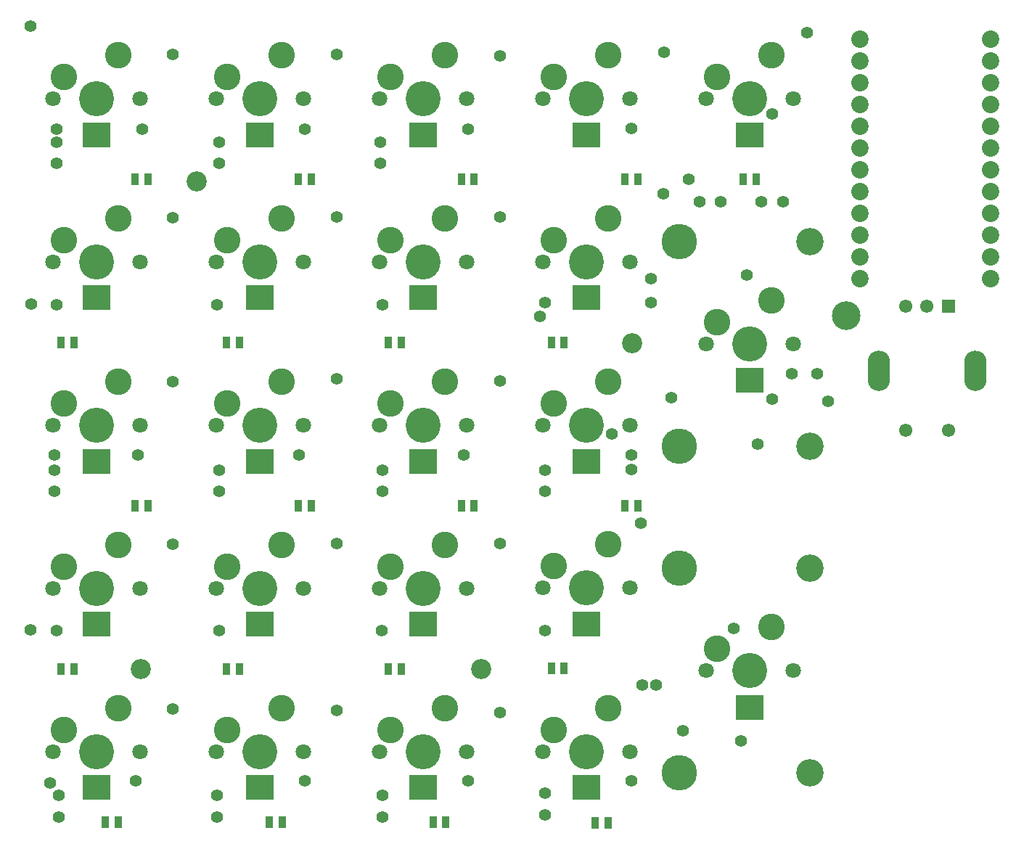
<source format=gts>
G04*
G04 #@! TF.GenerationSoftware,Altium Limited,Altium Designer,22.1.2 (22)*
G04*
G04 Layer_Color=8388736*
%FSLAX25Y25*%
%MOIN*%
G70*
G04*
G04 #@! TF.SameCoordinates,D61C2380-B101-4CEB-8AB1-AF92B03338ED*
G04*
G04*
G04 #@! TF.FilePolarity,Negative*
G04*
G01*
G75*
%ADD14R,0.03740X0.05315*%
%ADD15C,0.09252*%
%ADD16C,0.16102*%
%ADD17C,0.07102*%
%ADD18C,0.12213*%
%ADD19R,0.13000X0.11425*%
%ADD20C,0.07991*%
G04:AMPARAMS|DCode=21|XSize=102.36mil|YSize=185.04mil|CornerRadius=51.18mil|HoleSize=0mil|Usage=FLASHONLY|Rotation=180.000|XOffset=0mil|YOffset=0mil|HoleType=Round|Shape=RoundedRectangle|*
%AMROUNDEDRECTD21*
21,1,0.10236,0.08268,0,0,180.0*
21,1,0.00000,0.18504,0,0,180.0*
1,1,0.10236,0.00000,0.04134*
1,1,0.10236,0.00000,0.04134*
1,1,0.10236,0.00000,-0.04134*
1,1,0.10236,0.00000,-0.04134*
%
%ADD21ROUNDEDRECTD21*%
%ADD22C,0.06102*%
%ADD23R,0.06102X0.06102*%
%ADD24C,0.16291*%
%ADD25C,0.12591*%
%ADD26C,0.13189*%
%ADD27C,0.05591*%
D14*
X1634055Y477953D02*
D03*
X1628150D02*
D03*
X1709252D02*
D03*
X1703346D02*
D03*
X1783858Y477559D02*
D03*
X1777953D02*
D03*
X1558858Y477953D02*
D03*
X1552953D02*
D03*
X1538386Y548433D02*
D03*
X1532480D02*
D03*
X1614370D02*
D03*
X1608464D02*
D03*
X1688779D02*
D03*
X1682874D02*
D03*
X1763583Y548492D02*
D03*
X1757677D02*
D03*
X1791512Y623335D02*
D03*
X1797418D02*
D03*
X1716427D02*
D03*
X1722333D02*
D03*
X1641535D02*
D03*
X1647441D02*
D03*
X1566535D02*
D03*
X1572441D02*
D03*
X1538386Y698433D02*
D03*
X1532480D02*
D03*
X1614370D02*
D03*
X1608465D02*
D03*
X1688779D02*
D03*
X1682874D02*
D03*
X1763583D02*
D03*
X1757677D02*
D03*
X1845925Y773402D02*
D03*
X1851831D02*
D03*
X1791512D02*
D03*
X1797418D02*
D03*
X1716427D02*
D03*
X1722333D02*
D03*
X1641535D02*
D03*
X1647441D02*
D03*
X1566535D02*
D03*
X1572441D02*
D03*
D15*
X1794717Y697835D02*
D03*
X1569322Y548433D02*
D03*
X1594882Y772433D02*
D03*
X1725544Y548433D02*
D03*
D16*
X1848878Y697705D02*
D03*
X1848850Y810402D02*
D03*
X1773878Y510433D02*
D03*
X1698878Y510433D02*
D03*
X1623878D02*
D03*
X1548878D02*
D03*
X1848878Y547705D02*
D03*
X1773878Y585492D02*
D03*
X1698878Y585433D02*
D03*
X1623878D02*
D03*
X1548878D02*
D03*
X1773878Y660335D02*
D03*
X1698878D02*
D03*
X1623878D02*
D03*
X1548878D02*
D03*
X1773878Y735433D02*
D03*
X1698878D02*
D03*
X1623878D02*
D03*
X1548878D02*
D03*
X1773878Y810402D02*
D03*
X1698878D02*
D03*
X1623878D02*
D03*
X1548878D02*
D03*
D17*
X1828878Y697705D02*
D03*
X1868878D02*
D03*
X1868850Y810402D02*
D03*
X1828850D02*
D03*
X1793878Y510433D02*
D03*
X1753878D02*
D03*
X1718878Y510433D02*
D03*
X1678878D02*
D03*
X1643878D02*
D03*
X1603878D02*
D03*
X1568878D02*
D03*
X1528878D02*
D03*
X1868878Y547705D02*
D03*
X1828878D02*
D03*
X1793878Y585492D02*
D03*
X1753878D02*
D03*
X1718878Y585433D02*
D03*
X1678878D02*
D03*
X1643878D02*
D03*
X1603878D02*
D03*
X1568878D02*
D03*
X1528878D02*
D03*
X1793878Y660335D02*
D03*
X1753878D02*
D03*
X1718878D02*
D03*
X1678878D02*
D03*
X1643878D02*
D03*
X1603878D02*
D03*
X1568878D02*
D03*
X1528878D02*
D03*
X1793878Y735433D02*
D03*
X1753878D02*
D03*
X1718878D02*
D03*
X1678878D02*
D03*
X1643878D02*
D03*
X1603878D02*
D03*
X1568878D02*
D03*
X1528878D02*
D03*
X1793878Y810402D02*
D03*
X1753878D02*
D03*
X1718878D02*
D03*
X1678878D02*
D03*
X1643878D02*
D03*
X1603878D02*
D03*
X1568878D02*
D03*
X1528878D02*
D03*
D18*
X1858878Y717705D02*
D03*
X1833878Y707705D02*
D03*
X1833850Y820402D02*
D03*
X1858850Y830402D02*
D03*
X1758878Y520433D02*
D03*
X1783878Y530433D02*
D03*
X1683878Y520433D02*
D03*
X1708878Y530433D02*
D03*
X1608878Y520433D02*
D03*
X1633878Y530433D02*
D03*
X1533878Y520433D02*
D03*
X1558878Y530433D02*
D03*
X1833878Y557705D02*
D03*
X1858878Y567705D02*
D03*
X1758878Y595492D02*
D03*
X1783878Y605492D02*
D03*
X1683878Y595433D02*
D03*
X1708878Y605433D02*
D03*
X1608878Y595433D02*
D03*
X1633878Y605433D02*
D03*
X1533878Y595433D02*
D03*
X1558878Y605433D02*
D03*
X1758878Y670335D02*
D03*
X1783878Y680335D02*
D03*
X1683878Y670335D02*
D03*
X1708878Y680335D02*
D03*
X1608878Y670335D02*
D03*
X1633878Y680335D02*
D03*
X1533878Y670335D02*
D03*
X1558878Y680335D02*
D03*
X1758878Y745433D02*
D03*
X1783878Y755433D02*
D03*
X1683878Y745433D02*
D03*
X1708878Y755433D02*
D03*
X1608878Y745433D02*
D03*
X1633878Y755433D02*
D03*
X1533878Y745433D02*
D03*
X1558878Y755433D02*
D03*
X1758878Y820402D02*
D03*
X1783878Y830402D02*
D03*
X1683878Y820402D02*
D03*
X1708878Y830402D02*
D03*
X1608878Y820402D02*
D03*
X1633878Y830402D02*
D03*
X1533878Y820402D02*
D03*
X1558878Y830402D02*
D03*
D19*
X1848878Y530503D02*
D03*
X1773878Y493799D02*
D03*
X1698878D02*
D03*
X1623878D02*
D03*
X1548878D02*
D03*
Y568857D02*
D03*
X1623878D02*
D03*
X1698878D02*
D03*
X1773878D02*
D03*
X1848878Y681060D02*
D03*
X1773878Y643692D02*
D03*
X1698878D02*
D03*
X1623878D02*
D03*
X1548878D02*
D03*
Y718793D02*
D03*
X1623878D02*
D03*
X1698878D02*
D03*
X1773878D02*
D03*
X1848878Y793762D02*
D03*
X1773878D02*
D03*
X1698878D02*
D03*
X1623878D02*
D03*
X1548878D02*
D03*
D20*
X1899606Y727638D02*
D03*
Y737638D02*
D03*
Y747638D02*
D03*
Y757638D02*
D03*
Y767638D02*
D03*
Y777638D02*
D03*
Y787638D02*
D03*
Y797638D02*
D03*
Y807638D02*
D03*
Y817638D02*
D03*
Y827638D02*
D03*
Y837638D02*
D03*
X1959606Y727638D02*
D03*
Y737638D02*
D03*
Y747638D02*
D03*
Y757638D02*
D03*
Y767638D02*
D03*
Y777638D02*
D03*
Y787638D02*
D03*
Y797638D02*
D03*
Y807638D02*
D03*
Y817638D02*
D03*
Y827638D02*
D03*
Y837638D02*
D03*
D21*
X1908268Y685433D02*
D03*
X1952362D02*
D03*
D22*
X1920472Y657874D02*
D03*
X1940158D02*
D03*
X1920472Y714961D02*
D03*
X1930315D02*
D03*
D23*
X1940158D02*
D03*
D24*
X1816378Y650705D02*
D03*
Y500705D02*
D03*
Y594705D02*
D03*
Y744705D02*
D03*
D25*
X1876378Y594705D02*
D03*
Y650705D02*
D03*
Y500705D02*
D03*
Y744705D02*
D03*
D26*
X1893307Y710630D02*
D03*
D27*
X1809055Y766732D02*
D03*
X1841535Y566929D02*
D03*
X1812697Y672835D02*
D03*
X1835630Y762795D02*
D03*
X1825787D02*
D03*
X1864173D02*
D03*
X1854331D02*
D03*
X1679134Y780512D02*
D03*
Y790354D02*
D03*
X1605315Y780512D02*
D03*
Y790354D02*
D03*
X1530512Y780512D02*
D03*
Y790354D02*
D03*
X1754921Y481299D02*
D03*
Y491142D02*
D03*
X1680118Y480315D02*
D03*
Y490158D02*
D03*
X1604331Y480315D02*
D03*
Y490158D02*
D03*
X1531496Y480315D02*
D03*
Y490158D02*
D03*
X1754921Y639764D02*
D03*
Y629921D02*
D03*
X1680118Y639764D02*
D03*
Y629921D02*
D03*
X1605315D02*
D03*
Y639764D02*
D03*
X1529528Y629921D02*
D03*
Y639764D02*
D03*
X1879921Y684055D02*
D03*
X1868110D02*
D03*
X1794465Y496945D02*
D03*
X1719380Y497057D02*
D03*
X1644488Y496844D02*
D03*
X1566929Y497047D02*
D03*
X1527559Y496063D02*
D03*
X1605315Y565945D02*
D03*
X1679921D02*
D03*
X1754921D02*
D03*
X1859252Y672244D02*
D03*
X1794465Y646745D02*
D03*
Y640041D02*
D03*
X1717520Y646654D02*
D03*
X1567913D02*
D03*
X1529528D02*
D03*
X1530512Y715551D02*
D03*
X1604331D02*
D03*
X1754921Y716535D02*
D03*
X1752378Y710433D02*
D03*
X1859252Y803150D02*
D03*
X1794465Y796709D02*
D03*
X1719380Y796404D02*
D03*
X1644488Y796353D02*
D03*
X1569882Y796260D02*
D03*
X1530512D02*
D03*
X1847441Y729331D02*
D03*
X1884842Y671260D02*
D03*
X1852362Y651575D02*
D03*
X1875197Y840551D02*
D03*
X1518504Y843701D02*
D03*
X1820866Y773228D02*
D03*
X1805906Y540945D02*
D03*
X1798819Y615354D02*
D03*
X1785433Y656299D02*
D03*
X1803543Y727559D02*
D03*
Y716535D02*
D03*
X1809449Y831496D02*
D03*
X1734252Y528346D02*
D03*
Y605905D02*
D03*
Y680709D02*
D03*
Y755905D02*
D03*
Y829921D02*
D03*
X1659055Y529134D02*
D03*
Y605905D02*
D03*
Y681496D02*
D03*
Y755905D02*
D03*
Y830709D02*
D03*
X1518504Y566142D02*
D03*
X1583858Y830709D02*
D03*
Y755512D02*
D03*
Y680315D02*
D03*
Y605512D02*
D03*
Y529921D02*
D03*
X1530512Y565945D02*
D03*
X1680118Y715551D02*
D03*
X1641732Y646654D02*
D03*
X1844882Y515354D02*
D03*
X1818110Y520079D02*
D03*
X1799606Y540945D02*
D03*
X1518878Y715840D02*
D03*
M02*

</source>
